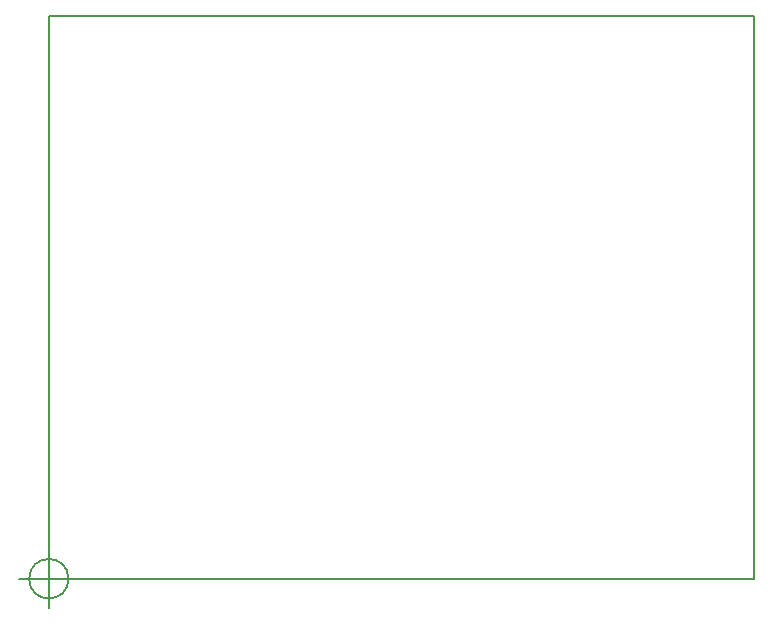
<source format=gbr>
G04 #@! TF.FileFunction,Other,User*
%FSLAX46Y46*%
G04 Gerber Fmt 4.6, Leading zero omitted, Abs format (unit mm)*
G04 Created by KiCad (PCBNEW 4.0.7) date 06/03/18 15:51:18*
%MOMM*%
%LPD*%
G01*
G04 APERTURE LIST*
%ADD10C,0.100000*%
%ADD11C,0.200000*%
%ADD12C,0.150000*%
G04 APERTURE END LIST*
D10*
D11*
X59690000Y47625000D02*
X59690000Y0D01*
X0Y47625000D02*
X59690000Y47625000D01*
X0Y0D02*
X0Y47625000D01*
X0Y0D02*
X59690000Y0D01*
D12*
X1666666Y0D02*
G75*
G03X1666666Y0I-1666666J0D01*
G01*
X-2500000Y0D02*
X2500000Y0D01*
X0Y2500000D02*
X0Y-2500000D01*
M02*

</source>
